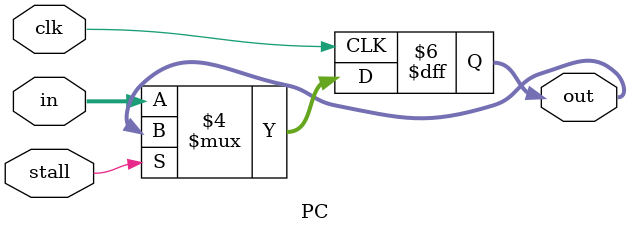
<source format=v>
`ifndef MODULE_PC
`define MODULE_PC
`timescale 1ns / 1ps

module PC (
    input               clk,
                        stall,
    input       [31:0]  in,
    output reg  [31:0]  out
);

    initial begin
        out = 32'b0;
    end

    always @ (posedge clk) begin
        if (!stall)
            out <= in;
    end

endmodule // PC

`endif

</source>
